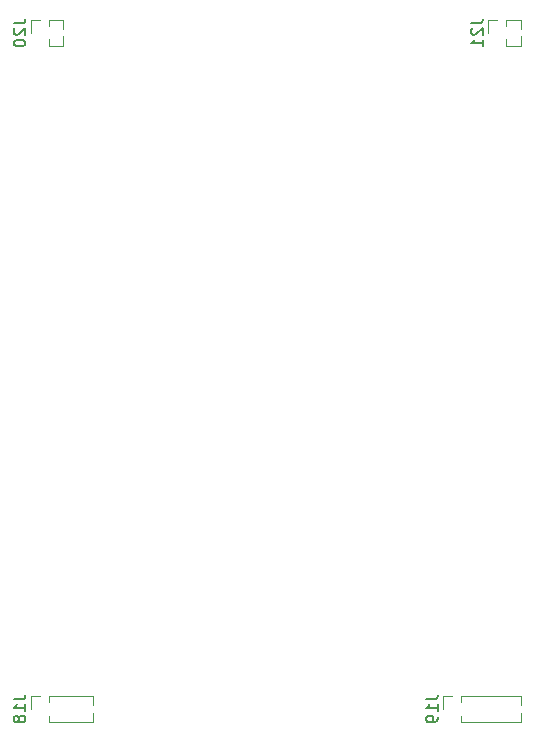
<source format=gbr>
%TF.GenerationSoftware,KiCad,Pcbnew,7.0.1*%
%TF.CreationDate,2023-08-14T10:41:28-04:00*%
%TF.ProjectId,TacTile-C,54616354-696c-4652-9d43-2e6b69636164,rev?*%
%TF.SameCoordinates,Original*%
%TF.FileFunction,Legend,Bot*%
%TF.FilePolarity,Positive*%
%FSLAX46Y46*%
G04 Gerber Fmt 4.6, Leading zero omitted, Abs format (unit mm)*
G04 Created by KiCad (PCBNEW 7.0.1) date 2023-08-14 10:41:28*
%MOMM*%
%LPD*%
G01*
G04 APERTURE LIST*
%ADD10C,0.150000*%
%ADD11C,0.120000*%
G04 APERTURE END LIST*
D10*
%TO.C,J18*%
X32767619Y-82765476D02*
X33481904Y-82765476D01*
X33481904Y-82765476D02*
X33624761Y-82717857D01*
X33624761Y-82717857D02*
X33720000Y-82622619D01*
X33720000Y-82622619D02*
X33767619Y-82479762D01*
X33767619Y-82479762D02*
X33767619Y-82384524D01*
X33767619Y-83765476D02*
X33767619Y-83194048D01*
X33767619Y-83479762D02*
X32767619Y-83479762D01*
X32767619Y-83479762D02*
X32910476Y-83384524D01*
X32910476Y-83384524D02*
X33005714Y-83289286D01*
X33005714Y-83289286D02*
X33053333Y-83194048D01*
X33196190Y-84336905D02*
X33148571Y-84241667D01*
X33148571Y-84241667D02*
X33100952Y-84194048D01*
X33100952Y-84194048D02*
X33005714Y-84146429D01*
X33005714Y-84146429D02*
X32958095Y-84146429D01*
X32958095Y-84146429D02*
X32862857Y-84194048D01*
X32862857Y-84194048D02*
X32815238Y-84241667D01*
X32815238Y-84241667D02*
X32767619Y-84336905D01*
X32767619Y-84336905D02*
X32767619Y-84527381D01*
X32767619Y-84527381D02*
X32815238Y-84622619D01*
X32815238Y-84622619D02*
X32862857Y-84670238D01*
X32862857Y-84670238D02*
X32958095Y-84717857D01*
X32958095Y-84717857D02*
X33005714Y-84717857D01*
X33005714Y-84717857D02*
X33100952Y-84670238D01*
X33100952Y-84670238D02*
X33148571Y-84622619D01*
X33148571Y-84622619D02*
X33196190Y-84527381D01*
X33196190Y-84527381D02*
X33196190Y-84336905D01*
X33196190Y-84336905D02*
X33243809Y-84241667D01*
X33243809Y-84241667D02*
X33291428Y-84194048D01*
X33291428Y-84194048D02*
X33386666Y-84146429D01*
X33386666Y-84146429D02*
X33577142Y-84146429D01*
X33577142Y-84146429D02*
X33672380Y-84194048D01*
X33672380Y-84194048D02*
X33720000Y-84241667D01*
X33720000Y-84241667D02*
X33767619Y-84336905D01*
X33767619Y-84336905D02*
X33767619Y-84527381D01*
X33767619Y-84527381D02*
X33720000Y-84622619D01*
X33720000Y-84622619D02*
X33672380Y-84670238D01*
X33672380Y-84670238D02*
X33577142Y-84717857D01*
X33577142Y-84717857D02*
X33386666Y-84717857D01*
X33386666Y-84717857D02*
X33291428Y-84670238D01*
X33291428Y-84670238D02*
X33243809Y-84622619D01*
X33243809Y-84622619D02*
X33196190Y-84527381D01*
%TO.C,J21*%
X71497619Y-25515476D02*
X72211904Y-25515476D01*
X72211904Y-25515476D02*
X72354761Y-25467857D01*
X72354761Y-25467857D02*
X72450000Y-25372619D01*
X72450000Y-25372619D02*
X72497619Y-25229762D01*
X72497619Y-25229762D02*
X72497619Y-25134524D01*
X71592857Y-25944048D02*
X71545238Y-25991667D01*
X71545238Y-25991667D02*
X71497619Y-26086905D01*
X71497619Y-26086905D02*
X71497619Y-26325000D01*
X71497619Y-26325000D02*
X71545238Y-26420238D01*
X71545238Y-26420238D02*
X71592857Y-26467857D01*
X71592857Y-26467857D02*
X71688095Y-26515476D01*
X71688095Y-26515476D02*
X71783333Y-26515476D01*
X71783333Y-26515476D02*
X71926190Y-26467857D01*
X71926190Y-26467857D02*
X72497619Y-25896429D01*
X72497619Y-25896429D02*
X72497619Y-26515476D01*
X72497619Y-27467857D02*
X72497619Y-26896429D01*
X72497619Y-27182143D02*
X71497619Y-27182143D01*
X71497619Y-27182143D02*
X71640476Y-27086905D01*
X71640476Y-27086905D02*
X71735714Y-26991667D01*
X71735714Y-26991667D02*
X71783333Y-26896429D01*
%TO.C,J19*%
X67687619Y-82765476D02*
X68401904Y-82765476D01*
X68401904Y-82765476D02*
X68544761Y-82717857D01*
X68544761Y-82717857D02*
X68640000Y-82622619D01*
X68640000Y-82622619D02*
X68687619Y-82479762D01*
X68687619Y-82479762D02*
X68687619Y-82384524D01*
X68687619Y-83765476D02*
X68687619Y-83194048D01*
X68687619Y-83479762D02*
X67687619Y-83479762D01*
X67687619Y-83479762D02*
X67830476Y-83384524D01*
X67830476Y-83384524D02*
X67925714Y-83289286D01*
X67925714Y-83289286D02*
X67973333Y-83194048D01*
X68687619Y-84241667D02*
X68687619Y-84432143D01*
X68687619Y-84432143D02*
X68640000Y-84527381D01*
X68640000Y-84527381D02*
X68592380Y-84575000D01*
X68592380Y-84575000D02*
X68449523Y-84670238D01*
X68449523Y-84670238D02*
X68259047Y-84717857D01*
X68259047Y-84717857D02*
X67878095Y-84717857D01*
X67878095Y-84717857D02*
X67782857Y-84670238D01*
X67782857Y-84670238D02*
X67735238Y-84622619D01*
X67735238Y-84622619D02*
X67687619Y-84527381D01*
X67687619Y-84527381D02*
X67687619Y-84336905D01*
X67687619Y-84336905D02*
X67735238Y-84241667D01*
X67735238Y-84241667D02*
X67782857Y-84194048D01*
X67782857Y-84194048D02*
X67878095Y-84146429D01*
X67878095Y-84146429D02*
X68116190Y-84146429D01*
X68116190Y-84146429D02*
X68211428Y-84194048D01*
X68211428Y-84194048D02*
X68259047Y-84241667D01*
X68259047Y-84241667D02*
X68306666Y-84336905D01*
X68306666Y-84336905D02*
X68306666Y-84527381D01*
X68306666Y-84527381D02*
X68259047Y-84622619D01*
X68259047Y-84622619D02*
X68211428Y-84670238D01*
X68211428Y-84670238D02*
X68116190Y-84717857D01*
%TO.C,J20*%
X32767619Y-25515476D02*
X33481904Y-25515476D01*
X33481904Y-25515476D02*
X33624761Y-25467857D01*
X33624761Y-25467857D02*
X33720000Y-25372619D01*
X33720000Y-25372619D02*
X33767619Y-25229762D01*
X33767619Y-25229762D02*
X33767619Y-25134524D01*
X32862857Y-25944048D02*
X32815238Y-25991667D01*
X32815238Y-25991667D02*
X32767619Y-26086905D01*
X32767619Y-26086905D02*
X32767619Y-26325000D01*
X32767619Y-26325000D02*
X32815238Y-26420238D01*
X32815238Y-26420238D02*
X32862857Y-26467857D01*
X32862857Y-26467857D02*
X32958095Y-26515476D01*
X32958095Y-26515476D02*
X33053333Y-26515476D01*
X33053333Y-26515476D02*
X33196190Y-26467857D01*
X33196190Y-26467857D02*
X33767619Y-25896429D01*
X33767619Y-25896429D02*
X33767619Y-26515476D01*
X32767619Y-27134524D02*
X32767619Y-27229762D01*
X32767619Y-27229762D02*
X32815238Y-27325000D01*
X32815238Y-27325000D02*
X32862857Y-27372619D01*
X32862857Y-27372619D02*
X32958095Y-27420238D01*
X32958095Y-27420238D02*
X33148571Y-27467857D01*
X33148571Y-27467857D02*
X33386666Y-27467857D01*
X33386666Y-27467857D02*
X33577142Y-27420238D01*
X33577142Y-27420238D02*
X33672380Y-27372619D01*
X33672380Y-27372619D02*
X33720000Y-27325000D01*
X33720000Y-27325000D02*
X33767619Y-27229762D01*
X33767619Y-27229762D02*
X33767619Y-27134524D01*
X33767619Y-27134524D02*
X33720000Y-27039286D01*
X33720000Y-27039286D02*
X33672380Y-26991667D01*
X33672380Y-26991667D02*
X33577142Y-26944048D01*
X33577142Y-26944048D02*
X33386666Y-26896429D01*
X33386666Y-26896429D02*
X33148571Y-26896429D01*
X33148571Y-26896429D02*
X32958095Y-26944048D01*
X32958095Y-26944048D02*
X32862857Y-26991667D01*
X32862857Y-26991667D02*
X32815238Y-27039286D01*
X32815238Y-27039286D02*
X32767619Y-27134524D01*
D11*
%TO.C,J18*%
X39505000Y-82465000D02*
X39505000Y-83267470D01*
X35760000Y-82465000D02*
X39505000Y-82465000D01*
X35760000Y-82465000D02*
X35760000Y-83011529D01*
X35000000Y-82465000D02*
X34240000Y-82465000D01*
X34240000Y-82465000D02*
X34240000Y-83575000D01*
X39505000Y-83882530D02*
X39505000Y-84685000D01*
X35760000Y-84138471D02*
X35760000Y-84685000D01*
X35760000Y-84685000D02*
X39505000Y-84685000D01*
%TO.C,J21*%
X75695000Y-25215000D02*
X75695000Y-26017470D01*
X74490000Y-25215000D02*
X75695000Y-25215000D01*
X74490000Y-25215000D02*
X74490000Y-25761529D01*
X73730000Y-25215000D02*
X72970000Y-25215000D01*
X72970000Y-25215000D02*
X72970000Y-26325000D01*
X75695000Y-26632530D02*
X75695000Y-27435000D01*
X74490000Y-26888471D02*
X74490000Y-27435000D01*
X74490000Y-27435000D02*
X75695000Y-27435000D01*
%TO.C,J19*%
X75695000Y-82465000D02*
X75695000Y-83267470D01*
X70680000Y-82465000D02*
X75695000Y-82465000D01*
X70680000Y-82465000D02*
X70680000Y-83011529D01*
X69920000Y-82465000D02*
X69160000Y-82465000D01*
X69160000Y-82465000D02*
X69160000Y-83575000D01*
X75695000Y-83882530D02*
X75695000Y-84685000D01*
X70680000Y-84138471D02*
X70680000Y-84685000D01*
X70680000Y-84685000D02*
X75695000Y-84685000D01*
%TO.C,J20*%
X36965000Y-25215000D02*
X36965000Y-26017470D01*
X35760000Y-25215000D02*
X36965000Y-25215000D01*
X35760000Y-25215000D02*
X35760000Y-25761529D01*
X35000000Y-25215000D02*
X34240000Y-25215000D01*
X34240000Y-25215000D02*
X34240000Y-26325000D01*
X36965000Y-26632530D02*
X36965000Y-27435000D01*
X35760000Y-26888471D02*
X35760000Y-27435000D01*
X35760000Y-27435000D02*
X36965000Y-27435000D01*
%TD*%
M02*

</source>
